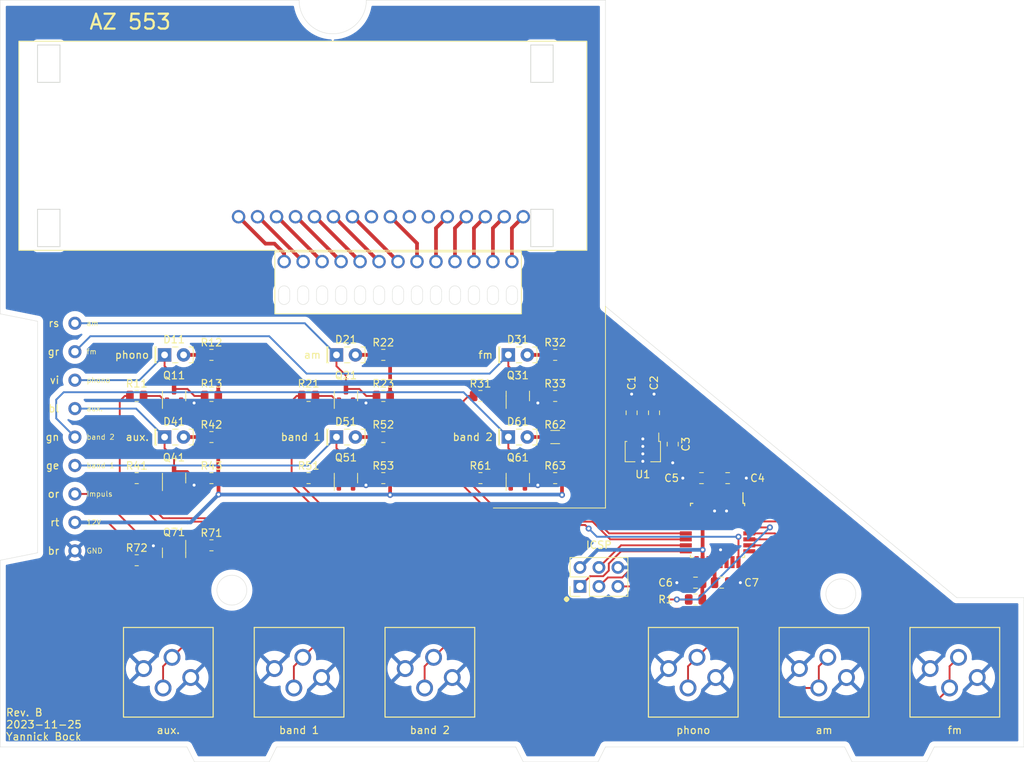
<source format=kicad_pcb>
(kicad_pcb (version 20221018) (generator pcbnew)
  (layers (0 "F.Cu" signal) (31 "B.Cu" signal) (34 "B.Paste" user) (35 "F.Paste" user) (36 "B.SilkS" user "B.Silkscreen") (37 "F.SilkS" user "F.Silkscreen") (38 "B.Mask" user) (39 "F.Mask" user) (44 "Edge.Cuts" user))
  (net 0 "")
  (net 1 "Net-(J1-Pad7)")
  (net 2 "GND")
  (net 3 "+12V")
  (net 4 "PHONO")
  (net 5 "AM")
  (net 6 "FM")
  (net 7 "AUX")
  (net 8 "BD1")
  (net 9 "BD2")
  (net 10 "RESET")
  (net 11 "+5V")
  (net 12 "B_AUX")
  (net 13 "B_BD1")
  (net 14 "B_BD2")
  (net 15 "B_PHONO")
  (net 16 "B_AM")
  (net 17 "B_FM")
  (net 18 "Net-(J5-Pad13)")
  (net 19 "Net-(J5-Pad12)")
  (net 20 "Net-(J5-Pad11)")
  (net 21 "Net-(J5-Pad10)")
  (net 22 "Net-(J5-Pad9)")
  (net 23 "Net-(J5-Pad8)")
  (net 24 "Net-(J5-Pad7)")
  (net 25 "Net-(J5-Pad6)")
  (net 26 "Net-(J5-Pad5)")
  (net 27 "Net-(J5-Pad4)")
  (net 28 "Net-(J5-Pad3)")
  (net 29 "Net-(J5-Pad2)")
  (net 30 "Net-(J5-Pad1)")
  (net 33 "CLK")
  (net 34 "MOSI")
  (net 35 "MISO")
  (net 36 "IMPULS")
  (net 37 "Net-(C7-Pad1)")
  (net 39 "Net-(D11-Pad1)")
  (net 40 "Net-(D11-Pad2)")
  (net 41 "Net-(Q11-Pad1)")
  (net 42 "Net-(Q21-Pad1)")
  (net 43 "Net-(Q31-Pad1)")
  (net 44 "Net-(Q41-Pad1)")
  (net 45 "Net-(Q51-Pad1)")
  (net 46 "Net-(Q61-Pad1)")
  (net 47 "Net-(Q71-Pad1)")
  (net 48 "Net-(D21-Pad1)")
  (net 49 "Net-(D21-Pad2)")
  (net 50 "Net-(D31-Pad1)")
  (net 51 "Net-(D31-Pad2)")
  (net 52 "Net-(D41-Pad1)")
  (net 53 "Net-(D41-Pad2)")
  (net 54 "Net-(D51-Pad1)")
  (net 55 "Net-(D51-Pad2)")
  (net 56 "Net-(D61-Pad1)")
  (net 57 "Net-(D61-Pad2)")
  (footprint "LEDs:LED_Rectangular_W5.0mm_H2.0mm" (layer "F.Cu") (at 36 61.5)
    (fp_text reference "D11")
    (fp_text value "LED")
  )
  (footprint "LEDs:LED_Rectangular_W5.0mm_H2.0mm" (layer "F.Cu") (at 59 61.5)
    (fp_text reference "D21")
    (fp_text value "LED")
  )
  (footprint "LEDs:LED_Rectangular_W5.0mm_H2.0mm" (layer "F.Cu") (at 82 61.5)
    (fp_text reference "D31")
    (fp_text value "LED")
  )
  (footprint "LEDs:LED_Rectangular_W5.0mm_H2.0mm" (layer "F.Cu") (at 36 72.5)
    (fp_text reference "D41")
    (fp_text value "LED")
  )
  (footprint "LEDs:LED_Rectangular_W5.0mm_H2.0mm" (layer "F.Cu") (at 59 72.5)
    (fp_text reference "D51")
    (fp_text value "LED")
  )
  (footprint "LEDs:LED_Rectangular_W5.0mm_H2.0mm" (layer "F.Cu") (at 82 72.5)
    (fp_text reference "D61")
    (fp_text value "LED")
  )
  (footprint "Resistor_SMD:R_0805_2012Metric" (layer "F.Cu") (at 42.27 61.5)
    (fp_text reference "R12")
    (fp_text value "680")
  )
  (footprint "Resistor_SMD:R_0805_2012Metric" (layer "F.Cu") (at 65.27 61.5)
    (fp_text reference "R22")
    (fp_text value "680")
  )
  (footprint "Resistor_SMD:R_0805_2012Metric" (layer "F.Cu") (at 88.27 61.5)
    (fp_text reference "R32")
    (fp_text value "680")
  )
  (footprint "Resistor_SMD:R_0805_2012Metric" (layer "F.Cu") (at 42.27 72.5)
    (fp_text reference "R42")
    (fp_text value "680")
  )
  (footprint "Resistor_SMD:R_0805_2012Metric" (layer "F.Cu") (at 65.27 72.5)
    (fp_text reference "R52")
    (fp_text value "680")
  )
  (footprint "Resistors_SMD:R_0805" (layer "F.Cu") (at 88.27 72.5)
    (fp_text reference "R62")
    (fp_text value "680")
  )
  (footprint "Package_TO_SOT_SMD:SOT-23" (layer "F.Cu") (at 37.27 67 90)
    (fp_text reference "Q11")
    (fp_text value "BC847")
  )
  (footprint "Package_TO_SOT_SMD:SOT-23" (layer "F.Cu") (at 60.27 67 90)
    (fp_text reference "Q21")
    (fp_text value "BC847")
  )
  (footprint "Package_TO_SOT_SMD:SOT-23" (layer "F.Cu") (at 83.27 67 90)
    (fp_text reference "Q31")
    (fp_text value "BC847")
  )
  (footprint "Package_TO_SOT_SMD:SOT-23" (layer "F.Cu") (at 37.27 78 90)
    (fp_text reference "Q41")
    (fp_text value "BC847")
  )
  (footprint "Package_TO_SOT_SMD:SOT-23" (layer "F.Cu") (at 60.27 78 90)
    (fp_text reference "Q51")
    (fp_text value "BC847")
  )
  (footprint "Package_TO_SOT_SMD:SOT-23" (layer "F.Cu") (at 83.27 78 90)
    (fp_text reference "Q61")
    (fp_text value "BC847")
  )
  (footprint "Resistor_SMD:R_0805_2012Metric" (layer "F.Cu") (at 42.27 67)
    (fp_text reference "R13")
    (fp_text value "10k")
  )
  (footprint "Resistor_SMD:R_0805_2012Metric" (layer "F.Cu") (at 65.27 67)
    (fp_text reference "R23")
    (fp_text value "10k")
  )
  (footprint "Resistor_SMD:R_0805_2012Metric" (layer "F.Cu") (at 88.27 67)
    (fp_text reference "R33")
    (fp_text value "10k")
  )
  (footprint "Resistor_SMD:R_0805_2012Metric" (layer "F.Cu") (at 42.27 78)
    (fp_text reference "R43")
    (fp_text value "10k")
  )
  (footprint "Resistor_SMD:R_0805_2012Metric" (layer "F.Cu") (at 65.27 78)
    (fp_text reference "R53")
    (fp_text value "10k")
  )
  (footprint "Resistor_SMD:R_0805_2012Metric" (layer "F.Cu") (at 88.27 78)
    (fp_text reference "R63")
    (fp_text value "10k")
  )
  (footprint "Resistor_SMD:R_0805_2012Metric" (layer "F.Cu") (at 32.27 67)
    (fp_text reference "R11")
    (fp_text value "3.3k")
  )
  (footprint "Resistor_SMD:R_0805_2012Metric" (layer "F.Cu") (at 55.27 67)
    (fp_text reference "R21")
    (fp_text value "3.3k")
  )
  (footprint "Resistor_SMD:R_0805_2012Metric" (layer "F.Cu") (at 78.27 67)
    (fp_text reference "R31")
    (fp_text value "3.3k")
  )
  (footprint "Resistor_SMD:R_0805_2012Metric" (layer "F.Cu") (at 32.27 78)
    (fp_text reference "R41")
    (fp_text value "3.3k")
  )
  (footprint "Resistor_SMD:R_0805_2012Metric" (layer "F.Cu") (at 55.27 78)
    (fp_text reference "R51")
    (fp_text value "3.3k")
  )
  (footprint "Resistor_SMD:R_0805_2012Metric" (layer "F.Cu") (at 78.27 78)
    (fp_text reference "R61")
    (fp_text value "3.3k")
  )
  (footprint "Anzeige-Modul:SW_PUSH_DPDT" (layer "F.Cu") (at 36.5 112)
    (fp_text reference "SW1" hide)
    (fp_text value "AUX")
  )
  (footprint "Anzeige-Modul:SW_PUSH_DPDT" (layer "F.Cu") (at 54 112)
    (fp_text reference "SW2" hide)
    (fp_text value "BD1")
  )
  (footprint "Anzeige-Modul:SW_PUSH_DPDT" (layer "F.Cu") (at 71.5 112)
    (fp_text reference "SW3" hide)
    (fp_text value "BD2")
  )
  (footprint "Anzeige-Modul:SW_PUSH_DPDT" (layer "F.Cu") (at 106.75 112)
    (fp_text reference "SW4" hide)
    (fp_text value "PHONO")
  )
  (footprint "Anzeige-Modul:SW_PUSH_DPDT" (layer "F.Cu") (at 124.25 112)
    (fp_text reference "SW5" hide)
    (fp_text value "AM")
  )
  (footprint "Anzeige-Modul:SW_PUSH_DPDT" (layer "F.Cu") (at 141.75 112)
    (fp_text reference "SW6" hide)
    (fp_text value "FM")
  )
  (footprint "Package_TO_SOT_SMD:SOT-89-3" (layer "F.Cu") (at 100 74.15 -90)
    (fp_text reference "U1")
    (fp_text value "L78L05")
  )
  (footprint "Anzeige-Modul:PadArray_2.54mm_01x13" (layer "F.Cu") (at 67.2 52.5)
    (fp_text reference "J5" hide)
    (fp_text value "Conn_01x13_Male")
  )
  (footprint "saba_9240_frontend:Pad_Array_2,54mm_16" (layer "F.Cu") (at 65 45.2)
    (fp_text reference "J6" hide)
    (fp_text value "Conn_01x16_Male")
  )
  (footprint "Connector_PinHeader_2.54mm:PinHeader_2x03_P2.54mm_Vertical" (layer "F.Cu") (at 91.585 92.5 90)
    (fp_text reference "J3" hide)
    (fp_text value "Conn_02x03_Counter_Clockwise")
  )
  (footprint "Package_TO_SOT_SMD:SOT-23" (layer "F.Cu") (at 37.27 88 -90)
    (fp_text reference "Q71")
    (fp_text value "BC847")
  )
  (footprint "Resistor_SMD:R_0805_2012Metric" (layer "F.Cu") (at 32.27 89)
    (fp_text reference "R72")
    (fp_text value "2k7")
  )
  (footprint "Resistor_SMD:R_0805_2012Metric" (layer "F.Cu") (at 42.27 87 180)
    (fp_text reference "R71")
    (fp_text value "3.3k")
  )
  (footprint "Capacitor_SMD:C_0805_2012Metric" (layer "F.Cu") (at 98.5 69.25 -90)
    (fp_text reference "C1")
    (fp_text value "330nF")
  )
  (footprint "Capacitor_SMD:C_0805_2012Metric" (layer "F.Cu") (at 101.5 69.25 -90)
    (fp_text reference "C2")
    (fp_text value "100nF")
  )
  (footprint "Package_QFP:TQFP-32_7x7mm_P0.8mm" (layer "F.Cu") (at 110 85 -90)
    (fp_text reference "U2" hide)
    (fp_text value "ATmega328P-AU")
  )
  (footprint "Capacitor_SMD:C_0805_2012Metric" (layer "F.Cu") (at 110.55 92)
    (fp_text reference "C7")
    (fp_text value "100nF")
  )
  (footprint "Resistor_SMD:R_0805_2012Metric" (layer "F.Cu") (at 107.05 94.25 180)
    (fp_text reference "R1")
    (fp_text value "10k")
  )
  (footprint "Anzeige-Modul:PadArray_3.81mm_01x09" (layer "F.Cu") (at 24 57.26)
    (fp_text reference "J1" hide)
    (fp_text value "Conn_01x09_Male")
  )
  (footprint "Capacitor_SMD:C_0805_2012Metric" (layer "F.Cu") (at 104 73.45 90)
    (fp_text reference "C3")
    (fp_text value "2.2µF")
  )
  (footprint "Capacitor_SMD:C_0805_2012Metric" (layer "F.Cu") (at 111.35 78 180)
    (fp_text reference "C4")
    (fp_text value "100nF")
  )
  (footprint "Capacitor_SMD:C_0805_2012Metric" (layer "F.Cu") (at 107.85 78)
    (fp_text reference "C5")
    (fp_text value "100nF")
  )
  (footprint "Capacitor_SMD:C_0805_2012Metric" (layer "F.Cu") (at 107.05 92)
    (fp_text reference "C6")
    (fp_text value "100nF")
  )
  (gr_line (start 95 55) (end 95 82) (stroke (width 0.12)) (layer "F.SilkS"))
  (gr_line (start 16.5 47.5) (end 16.5 19.5) (stroke (width 0.12)) (layer "F.SilkS"))
  (gr_line (start 83.75 56) (end 50.75 56) (stroke (width 0.12)) (layer "F.SilkS"))
  (gr_line (start 92.5 47.5) (end 16.5 47.5) (stroke (width 0.12)) (layer "F.SilkS"))
  (gr_line (start 16.5 19.5) (end 92.5 19.5) (stroke (width 0.12)) (layer "F.SilkS"))
  (gr_line (start 50.75 56) (end 50.75 47.7) (stroke (width 0.12)) (layer "F.SilkS"))
  (gr_line (start 95 82) (end 80 82) (stroke (width 0.12)) (layer "F.SilkS"))
  (gr_line (start 83.75 47.7) (end 83.75 56) (stroke (width 0.12)) (layer "F.SilkS"))
  (gr_line (start 50.75 47.7) (end 83.75 47.7) (stroke (width 0.12)) (layer "F.SilkS"))
  (gr_line (start 92.5 19.5) (end 92.5 47.5) (stroke (width 0.12)) (layer "F.SilkS"))
  (gr_line (start 139 114) (end 151 114) (stroke (width 0.05)) (layer "Edge.Cuts"))
  (gr_line (start 142 94) (end 95 55) (stroke (width 0.05)) (layer "Edge.Cuts"))
  (gr_line (start 40 116) (end 50 116) (stroke (width 0.05)) (layer "Edge.Cuts"))
  (gr_line (start 94 116) (end 95 114) (stroke (width 0.05)) (layer "Edge.Cuts"))
  (gr_line (start 138 116) (end 139 114) (stroke (width 0.05)) (layer "Edge.Cuts"))
  (gr_line (start 19 88) (end 14 89) (stroke (width 0.05)) (layer "Edge.Cuts"))
  (gr_arc (start 81.73 53) (mid 82.48 52.25) (end 83.23 53) (stroke (width 0.05)) (layer "Edge.Cuts"))
  (gr_arc (start 80.69 54) (mid 79.94 54.75) (end 79.19 54) (stroke (width 0.05)) (layer "Edge.Cuts"))
  (gr_arc (start 78.15 54) (mid 77.4 54.75) (end 76.65 54) (stroke (width 0.05)) (layer "Edge.Cuts"))
  (gr_arc (start 75.61 54) (mid 74.86 54.75) (end 74.11 54) (stroke (width 0.05)) (layer "Edge.Cuts"))
  (gr_arc (start 73.07 54) (mid 72.32 54.75) (end 71.57 54) (stroke (width 0.05)) (layer "Edge.Cuts"))
  (gr_arc (start 70.53 54) (mid 69.78 54.75) (end 69.03 54) (stroke (width 0.05)) (layer "Edge.Cuts"))
  (gr_arc (start 67.99 54) (mid 67.24 54.75) (end 66.49 54) (stroke (width 0.05)) (layer "Edge.Cuts"))
  (gr_arc (start 65.45 54) (mid 64.7 54.75) (end 63.95 54) (stroke (width 0.05)) (layer "Edge.Cuts"))
  (gr_arc (start 62.91 54) (mid 62.16 54.75) (end 61.41 54) (stroke (width 0.05)) (layer "Edge.Cuts"))
  (gr_arc (start 60.37 54) (mid 59.62 54.75) (end 58.87 54) (stroke (width 0.05)) (layer "Edge.Cuts"))
  (gr_arc (start 57.83 54) (mid 57.08 54.75) (end 56.33 54) (stroke (width 0.05)) (layer "Edge.Cuts"))
  (gr_arc (start 55.29 54) (mid 54.54 54.75) (end 53.79 54) (stroke (width 0.05)) (layer "Edge.Cuts"))
  (gr_arc (start 52.75 54) (mid 52 54.75) (end 51.25 54) (stroke (width 0.05)) (layer "Edge.Cuts"))
  (gr_arc (start 79.19 53) (mid 79.94 52.25) (end 80.69 53) (stroke (width 0.05)) (layer "Edge.Cuts"))
  (gr_arc (start 76.65 53) (mid 77.4 52.25) (end 78.15 53) (stroke (width 0.05)) (layer "Edge.Cuts"))
  (gr_arc (start 74.11 53) (mid 74.86 52.25) (end 75.61 53) (stroke (width 0.05)) (layer "Edge.Cuts"))
  (gr_arc (start 71.57 53) (mid 72.32 52.25) (end 73.07 53) (stroke (width 0.05)) (layer "Edge.Cuts"))
  (gr_arc (start 69.03 53) (mid 69.78 52.25) (end 70.53 53) (stroke (width 0.05)) (layer "Edge.Cuts"))
  (gr_arc (start 66.49 53) (mid 67.24 52.25) (end 67.99 53) (stroke (width 0.05)) (layer "Edge.Cuts"))
  (gr_arc (start 63.95 53) (mid 64.7 52.25) (end 65.45 53) (stroke (width 0.05)) (layer "Edge.Cuts"))
  (gr_arc (start 61.41 53) (mid 62.16 52.25) (end 62.91 53) (stroke (width 0.05)) (layer "Edge.Cuts"))
  (gr_arc (start 58.87 53) (mid 59.62 52.25) (end 60.37 53) (stroke (width 0.05)) (layer "Edge.Cuts"))
  (gr_arc (start 56.33 53) (mid 57.08 52.25) (end 57.83 53) (stroke (width 0.05)) (layer "Edge.Cuts"))
  (gr_arc (start 53.79 53) (mid 54.54 52.25) (end 55.29 53) (stroke (width 0.05)) (layer "Edge.Cuts"))
  (gr_arc (start 51.25 53) (mid 52 52.25) (end 52.75 53) (stroke (width 0.05)) (layer "Edge.Cuts"))
  (gr_line (start 80.69 53) (end 80.69 54) (stroke (width 0.05)) (layer "Edge.Cuts"))
  (gr_line (start 79.19 53) (end 79.19 54) (stroke (width 0.05)) (layer "Edge.Cuts"))
  (gr_line (start 78.15 53) (end 78.15 54) (stroke (width 0.05)) (layer "Edge.Cuts"))
  (gr_line (start 76.65 53) (end 76.65 54) (stroke (width 0.05)) (layer "Edge.Cuts"))
  (gr_line (start 75.61 53) (end 75.61 54) (stroke (width 0.05)) (layer "Edge.Cuts"))
  (gr_line (start 74.11 53) (end 74.11 54) (stroke (width 0.05)) (layer "Edge.Cuts"))
  (gr_line (start 73.07 53) (end 73.07 54) (stroke (width 0.05)) (layer "Edge.Cuts"))
  (gr_line (start 71.57 53) (end 71.57 54) (stroke (width 0.05)) (layer "Edge.Cuts"))
  (gr_line (start 70.53 53) (end 70.53 54) (stroke (width 0.05)) (layer "Edge.Cuts"))
  (gr_line (start 69.03 53) (end 69.03 54) (stroke (width 0.05)) (layer "Edge.Cuts"))
  (gr_line (start 67.99 53) (end 67.99 54) (stroke (width 0.05)) (layer "Edge.Cuts"))
  (gr_line (start 66.49 53) (end 66.49 54) (stroke (width 0.05)) (layer "Edge.Cuts"))
  (gr_line (start 65.45 53) (end 65.45 54) (stroke (width 0.05)) (layer "Edge.Cuts"))
  (gr_line (start 63.95 53) (end 63.95 54) (stroke (width 0.05)) (layer "Edge.Cuts"))
  (gr_line (start 62.91 53) (end 62.91 54) (stroke (width 0.05)) (layer "Edge.Cuts"))
  (gr_line (start 61.41 53) (end 61.41 54) (stroke (width 0.05)) (layer "Edge.Cuts"))
  (gr_line (start 60.37 53) (end 60.37 54) (stroke (width 0.05)) (layer "Edge.Cuts"))
  (gr_line (start 58.87 53) (end 58.87 54) (stroke (width 0.05)) (layer "Edge.Cuts"))
  (gr_line (start 57.83 53) (end 57.83 54) (stroke (width 0.05)) (layer "Edge.Cuts"))
  (gr_line (start 56.33 53) (end 56.33 54) (stroke (width 0.05)) (layer "Edge.Cuts"))
  (gr_line (start 55.29 53) (end 55.29 54) (stroke (width 0.05)) (layer "Edge.Cuts"))
  (gr_line (start 53.79 53) (end 53.79 54) (stroke (width 0.05)) (layer "Edge.Cuts"))
  (gr_line (start 52.75 53) (end 52.75 54) (stroke (width 0.05)) (layer "Edge.Cuts"))
  (gr_line (start 51.25 53) (end 51.25 54) (stroke (width 0.05)) (layer "Edge.Cuts"))
  (gr_line (start 14 14) (end 14 56) (stroke (width 0.05)) (layer "Edge.Cuts"))
  (gr_line (start 22 47) (end 19 47) (stroke (width 0.1)) (layer "Edge.Cuts"))
  (gr_line (start 88 20) (end 88 25) (stroke (width 0.1)) (layer "Edge.Cuts"))
  (gr_line (start 19 42) (end 22 42) (stroke (width 0.1)) (layer "Edge.Cuts"))
  (gr_line (start 151 114) (end 151 94) (stroke (width 0.05)) (layer "Edge.Cuts"))
  (gr_line (start 14 56) (end 19 57) (stroke (width 0.05)) (layer "Edge.Cuts"))
  (gr_circle (center 45 93) (end 47 93) (stroke (width 0.05)) (fill none) (layer "Edge.Cuts"))
  (gr_line (start 22 20) (end 22 25) (stroke (width 0.1)) (layer "Edge.Cuts"))
  (gr_line (start 85 47) (end 85 42) (stroke (width 0.1)) (layer "Edge.Cuts"))
  (gr_line (start 39 114) (end 40 116) (stroke (width 0.05)) (layer "Edge.Cuts"))
  (gr_line (start 51 114) (end 50 116) (stroke (width 0.05)) (layer "Edge.Cuts"))
  (gr_line (start 128 116) (end 138 116) (stroke (width 0.05)) (layer "Edge.Cuts"))
  (gr_line (start 22 42) (end 22 47) (stroke (width 0.1)) (layer "Edge.Cuts"))
  (gr_line (start 88 42) (end 88 47) (stroke (width 0.1)) (layer "Edge.Cuts"))
  (gr_line (start 14 14) (end 54 14) (stroke (width 0.05)) (layer "Edge.Cuts"))
  (gr_line (start 85 20) (end 88 20) (stroke (width 0.1)) (layer "Edge.Cuts"))
  (gr_line (start 95 14) (end 63 14) (stroke (width 0.05)) (layer "Edge.Cuts"))
  (gr_line (start 19 47) (end 19 42) (stroke (width 0.1)) (layer "Edge.Cuts"))
  (gr_line (start 151 94) (end 142 94) (stroke (width 0.05)) (layer "Edge.Cuts"))
  (gr_line (start 88 47) (end 85 47) (stroke (width 0.1)) (layer "Edge.Cuts"))
  (gr_line (start 127 114) (end 128 116) (stroke (width 0.05)) (layer "Edge.Cuts"))
  (gr_line (start 19 57) (end 19 88) (stroke (width 0.05)) (layer "Edge.Cuts"))
  (gr_line (start 95 14) (end 95 55) (stroke (width 0.05)) (layer "Edge.Cuts"))
  (gr_line (start 83 114) (end 84 116) (stroke (width 0.05)) (layer "Edge.Cuts"))
  (gr_line (start 84 116) (end 94 116) (stroke (width 0.05)) (layer "Edge.Cuts"))
  (gr_line (start 19 20) (end 22 20) (stroke (width 0.1)) (layer "Edge.Cuts"))
  (gr_arc (start 63 14) (mid 58.5 18.5) (end 54 14) (stroke (width 0.05)) (layer "Edge.Cuts"))
  (gr_line (start 85 42) (end 88 42) (stroke (width 0.1)) (layer "Edge.Cuts"))
  (gr_line (start 95 114) (end 127 114) (stroke (width 0.05)) (layer "Edge.Cuts"))
  (gr_arc (start 83.23 54) (mid 82.48 54.75) (end 81.73 54) (stroke (width 0.05)) (layer "Edge.Cuts"))
  (gr_line (start 85 25) (end 85 20) (stroke (width 0.1)) (layer "Edge.Cuts"))
  (gr_circle (center 126.5 93.5) (end 128.5 93.5) (stroke (width 0.05)) (fill none) (layer "Edge.Cuts"))
  (gr_line (start 88 25) (end 85 25) (stroke (width 0.1)) (layer "Edge.Cuts"))
  (gr_line (start 22 25) (end 19 25) (stroke (width 0.1)) (layer "Edge.Cuts"))
  (gr_line (start 14 114) (end 39 114) (stroke (width 0.05)) (layer "Edge.Cuts"))
  (gr_line (start 81.73 54) (end 81.73 53) (stroke (width 0.05)) (layer "Edge.Cuts"))
  (gr_line (start 51 114) (end 83 114) (stroke (width 0.05)) (layer "Edge.Cuts"))
  (gr_line (start 14 114) (end 14 89) (stroke (width 0.05)) (layer "Edge.Cuts"))
  (gr_line (start 83.23 54) (end 83.23 53) (stroke (width 0.05)) (layer "Edge.Cuts"))
  (gr_line (start 19 25) (end 19 20) (stroke (width 0.1)) (layer "Edge.Cuts"))
  (gr_text "phono" (at 106.75 111.75) (layer "F.SilkS") (effects (font (size 1 1))))
  (gr_text "aux." (at 36.5 111.75) (layer "F.SilkS") (effects (font (size 1 1))))
  (gr_text "am" (at 124.25 111.75) (layer "F.SilkS") (effects (font (size 1 1))))
  (gr_text "band 1" (at 54 111.75) (layer "F.SilkS") (effects (font (size 1 1))))
  (gr_text "band 2" (at 71.5 111.75) (layer "F.SilkS") (effects (font (size 1 1))))
  (gr_text "fm" (at 141.75 111.75) (layer "F.SilkS") (effects (font (size 1 1))))
  (gr_text "fm" (at 80 61.5) (layer "F.SilkS") (effects (font (size 1 1)) (justify right)))
  (gr_text "AZ 553" (at 31.4 16.9) (layer "F.SilkS") (effects (font (size 2 2) (thickness 0.3))))
  (gr_text "band 1" (at 57 72.5) (layer "F.SilkS") (effects (font (size 1 1)) (justify right)))
  (gr_text "aux." (at 34 72.5) (layer "F.SilkS") (effects (font (size 1 1)) (justify right)))
  (gr_text "ICSP" (at 94.125 86.96) (layer "F.SilkS") (effects (font (size 1 1))))
  (gr_text "Rev. B\n2023-11-25\nYannick Bock" (at 14.7 111) (layer "F.SilkS") (effects (font (size 1 1)) (justify left)))
  (gr_text "am" (at 57 61.5) (layer "F.SilkS") (effects (font (size 1 1)) (justify right)))
  (gr_text "phono" (at 34 61.5) (layer "F.SilkS") (effects (font (size 1 1)) (justify right)))
  (gr_text "band 2" (at 80 72.5) (layer "F.SilkS") (effects (font (size 1 1)) (justify right)))
  (gr_text "." (at 89.8 93.2) (layer "F.SilkS") (effects (font (size 2.5 2.5) (thickness 0.5))))
  (segment (start 33.1825 86.1825) (end 27.12 80.12) (width 0.25) (layer "F.Cu") (net 1))
  (segment (start 27.12 80.12) (end 24 80.12) (width 0.25) (layer "F.Cu") (net 1))
  (segment (start 37.27 89) (end 33.22 89) (width 0.25) (layer "F.Cu") (net 1))
  (segment (start 33.1825 89) (end 33.1825 86.1825) (width 0.25) (layer "F.Cu") (net 1))
  (segment (start 111.2 80.75) (end 111.2 82.4) (width 0.5) (layer "F.Cu") (net 2))
  (segment (start 39.95 78.9375) (end 38.22 78.9375) (width 0.5) (layer "F.Cu") (net 2))
  (segment (start 62.95 67.9375) (end 61.22 67.9375) (width 0.5) (layer "F.Cu") (net 2))
  (segment (start 62.95 78.9375) (end 61.22 78.9375) (width 0.5) (layer "F.Cu") (net 2))
  (segment (start 85.95 78.9375) (end 84.22 78.9375) (width 0.5) (layer "F.Cu") (net 2))
  (segment (start 109.6 80.75) (end 109.6 82.4) (width 0.5) (layer "F.Cu") (net 2))
  (segment (start 36.32 87.0625) (end 34.5 87.0625) (width 0.5) (layer "F.Cu") (net 2))
  (segment (start 85.95 67.9375) (end 84.22 67.9375) (width 0.5) (layer "F.Cu") (net 2))
  (segment (start 106.1 92) (end 104.55 92) (width 0.5) (layer "F.Cu") (net 2))
  (segment (start 104 74.4) (end 104 75.95) (width 0.5) (layer "F.Cu") (net 2))
  (segment (start 101.5 68.3) (end 101.5 66.75) (width 0.5) (layer "F.Cu") (net 2))
  (segment (start 98.5 68.3) (end 98.5 66.75) (width 0.5) (layer "F.Cu") (net 2))
  (segment (start 110.4 89.25) (end 110.4 87.6) (width 0.5) (layer "F.Cu") (net 2))
  (segment (start 106.9 78) (end 105.35 78) (width 0.5) (layer "F.Cu") (net 2))
  (segment (start 112.3 78) (end 113.85 78) (width 0.5) (layer "F.Cu") (net 2))
  (segment (start 39.95 67.9375) (end 38.22 67.9375) (width 0.5) (layer "F.Cu") (net 2))
  (segment (start 113.05 92) (end 111.5 92) (width 0.5) (layer "F.Cu") (net 2))
  (via (at 85.95 67.9375) (size 0.8) (drill 0.4) (layers "F.Cu" "B.Cu") (net 2))
  (via (at 113.05 92) (size 0.8) (drill 0.4) (layers "F.Cu" "B.Cu") (net 2))
  (via (at 113.85 78) (size 0.8) (drill 0.4) (layers "F.Cu" "B.Cu") (net 2))
  (via (at 98.5 66.75) (size 0.8) (drill 0.4) (layers "F.Cu" "B.Cu") (net 2))
  (via (at 100 73.75) (size 0.8) (drill 0.4) (layers "F.Cu" "B.Cu") (net 2))
  (via (at 39.95 67.9375) (size 0.8) (drill 0.4) (layers "F.Cu" "B.Cu") (net 2))
  (via (at 109.6 82.4) (size 0.8) (drill 0.4) (layers "F.Cu" "B.Cu") (net 2))
  (via (at 39.95 78.9375) (size 0.8) (drill 0.4) (layers "F.Cu" "B.Cu") (net 2))
  (via (at 100 74.75) (size 0.8) (drill 0.4) (layers "F.Cu" "B.Cu") (net 2))
  (via (at 111.2 82.4) (size 0.8) (drill 0.4) (layers "F.Cu" "B.Cu") (net 2))
  (via (at 104.55 92) (size 0.8) (drill 0.4) (layers "F.Cu" "B.Cu") (net 2))
  (via (at 110.4 87.6) (size 0.8) (drill 0.4) (layers "F.Cu" "B.Cu") (net 2))
  (via (at 100 75.75) (size 0.8) (drill 0.4) (layers "F.Cu" "B.Cu") (net 2))
  (via (at 62.95 67.9375) (size 0.8) (drill 0.4) (layers "F.Cu" "B.Cu") (net 2))
  (via (at 34.5 87.0625) (size 0.8) (drill 0.4) (layers "F.Cu" "B.Cu") (net 2))
  (via (at 85.95 78.9375) (size 0.8) (drill 0.4) (layers "F.Cu" "B.Cu") (net 2))
  (via (at 105.35 78) (size 0.8) (drill 0.4) (layers "F.Cu" "B.Cu") (net 2))
  (via (at 62.95 78.9375) (size 0.8) (drill 0.4) (layers "F.Cu" "B.Cu") (net 2))
  (via (at 104 75.95) (size 0.8) (drill 0.4) (layers "F.Cu" "B.Cu") (net 2))
  (via (at 100 72.75) (size 0.8) (drill 0.4) (layers "F.Cu" "B.Cu") (net 2))
  (via (at 101.5 66.75) (size 0.8) (drill 0.4) (layers "F.Cu" "B.Cu") (net 2))
  (segment (start 43.1825 78) (end 43.1825 61.5) (width 0.5) (layer "F.Cu") (net 3))
  (segment (start 24 83.93) (end 28.43 83.93) (width 0.25) (layer "F.Cu") (net 3))
  (segment (start 31.3575 86.8575) (end 28.43 83.93) (width 0.25) (layer "F.Cu") (net 3))
  (segment (start 98.5 72.5) (end 89.22 72.5) (width 0.5) (layer "F.Cu") (net 3))
  (segment (start 31.3575 89) (end 31.3575 86.8575) (width 0.25) (layer "F.Cu") (net 3))
  (segment (start 43.22 80.2) (end 43.22 78) (width 0.5) (layer "F.Cu") (net 3))
  (segment (start 66.1825 78) (end 66.1825 80.25) (width 0.5) (layer "F.Cu") (net 3))
  (segment (start 66.1825 78) (end 66.1825 61.5) (width 0.5) (layer "F.Cu") (net 3))
  (segment (start 89.1825 78) (end 89.1825 61.5) (width 0.5) (layer "F.Cu") (net 3))
  (segment (start 98.5 70.2) (end 98.5 72.5) (width 0.5) (layer "F.Cu") (net 3))
  (segment (start 89.1825 78) (end 89.1825 80.25) (width 0.5) (layer "F.Cu") (net 3))
  (via (at 43.22 80.2) (size 0.8) (drill 0.4) (layers "F.Cu" "B.Cu") (net 3))
  (via (at 89.1825 80.25) (size 0.8) (drill 0.4) (layers "F.Cu" "B.Cu") (net 3))
  (via (at 66.1825 80.25) (size 0.8) (drill 0.4) (layers "F.Cu" "B.Cu") (net 3))
  (segment (start 89.1325 80.2) (end 89.1825 80.25) (width 0.5) (layer "B.Cu") (net 3))
  (segment (start 24 83.93) (end 39.07 83.93) (width 0.5) (layer "B.Cu") (net 3))
  (segment (start 43.22 80.2) (end 39.49 83.93) (width 0.5) (layer "B.Cu") (net 3))
  (segment (start 43.22 80.2) (end 89.1325 80.2) (width 0.5) (layer "B.Cu") (net 3))
  (segment (start 39.49 83.93) (end 39.07 83.93) (width 0.5) (layer "B.Cu") (net 3))
  (segment (start 34.963651 83.82506) (end 30 78.861409) (width 0.25) (layer "F.Cu") (net 4))
  (segment (start 30.675001 67) (end 30 67.675001) (width 0.25) (layer "F.Cu") (net 4))
  (segment (start 30 67.675001) (end 30 78.861409) (width 0.25) (layer "F.Cu") (net 4))
  (segment (start 105.75 86.2) (end 95.644232 86.2) (width 0.25) (layer "F.Cu") (net 4))
  (segment (start 95.644232 86.2) (end 93.269292 83.82506) (width 0.25) (layer "F.Cu") (net 4))
  (segment (start 31.32 67) (end 30.675001 67) (width 0.25) (layer "F.Cu") (net 4))
  (segment (start 36.67494 83.82506) (end 34.963651 83.82506) (width 0.25) (layer "F.Cu") (net 4))
  (segment (start 36.67494 83.82506) (end 93.269292 83.82506) (width 0.25) (layer "F.Cu") (net 4))
  (segment (start 53.675001 67) (end 53 67.675001) (width 0.25) (layer "F.Cu") (net 5))
  (segment (start 57.015039 82.92504) (end 53 78.910001) (width 0.25) (layer "F.Cu") (net 5))
  (segment (start 105.75 84.6) (end 95.317052 84.6) (width 0.25) (layer "F.Cu") (net 5))
  (segment (start 58.57496 82.92504) (end 93.642092 82.92504) (width 0.25) (layer "F.Cu") (net 5))
  (segment (start 95.317052 84.6) (end 93.642092 82.92504) (width 0.25) (layer "F.Cu") (net 5))
  (segment (start 54.32 67) (end 53.675001 67) (width 0.25) (layer "F.Cu") (net 5))
  (segment (start 53 67.675001) (end 53 78.910001) (width 0.25) (layer "F.Cu") (net 5))
  (segment (start 58.57496 82.92504) (end 57.015039 82.92504) (width 0.25) (layer "F.Cu") (net 5))
  (segment (start 94.989872 83) (end 94.014892 82.02502) (width 0.25) (layer "F.Cu") (net 6))
  (segment (start 76.675001 67) (end 76 67.675001) (width 0.25) (layer "F.Cu") (net 6))
  (segment (start 80.52502 82.02502) (end 94.014892 82.02502) (width 0.25) (layer "F.Cu") (net 6))
  (segment (start 76 67.675001) (end 76 79.049999) (width 0.25) (layer "F.Cu") (net 6))
  (segment (start 78.975021 82.02502) (end 76 79.049999) (width 0.25) (layer "F.Cu") (net 6))
  (segment (start 105.75 83) (end 94.989872 83) (width 0.25) (layer "F.Cu") (net 6))
  (segment (start 80.52502 82.02502) (end 78.975021 82.02502) (width 0.25) (layer "F.Cu") (net 6))
  (segment (start 77.32 67) (end 76.675001 67) (width 0.25) (layer "F.Cu") (net 6))
  (segment (start 93.455692 83.37505) (end 36.62495 83.37505) (width 0.25) (layer "F.Cu") (net 7))
  (segment (start 36.62495 83.37505) (end 35.79505 83.37505) (width 0.25) (layer "F.Cu") (net 7))
  (segment (start 105.75 85.4) (end 95.480642 85.4) (width 0.25) (layer "F.Cu") (net 7))
  (segment (start 95.480642 85.4) (end 93.455692 83.37505) (width 0.25) (layer "F.Cu") (net 7))
  (segment (start 35.79505 83.37505) (end 31.32 78.9) (width 0.25) (layer "F.Cu") (net 7))
  (segment (start 31.32 78.9) (end 31.32 78) (width 0.25) (layer "F.Cu") (net 7))
  (segment (start 95.153462 83.8) (end 93.828492 82.47503) (width 0.25) (layer "F.Cu") (net 8))
  (segment (start 57.846438 82.47503) (end 54.32 78.948592) (width 0.25) (layer "F.Cu") (net 8))
  (segment (start 59.02497 82.47503) (end 57.846438 82.47503) (width 0.25) (layer "F.Cu") (net 8))
  (segment (start 105.75 83.8) (end 95.153462 83.8) (width 0.25) (layer "F.Cu") (net 8))
  (segment (start 54.32 78) (end 54.32 78.948592) (width 0.25) (layer "F.Cu") (net 8))
  (segment (start 59.02497 82.47503) (end 93.828492 82.47503) (width 0.25) (layer "F.Cu") (net 8))
  (segment (start 77.32 78) (end 77.32 79.08859) (width 0.25) (layer "F.Cu") (net 9))
  (segment (start 79.80642 81.57501) (end 77.32 79.08859) (width 0.25) (layer "F.Cu") (net 9))
  (segment (start 105.75 82.2) (end 94.826282 82.2) (width 0.25) (layer "F.Cu") (net 9))
  (segment (start 94.826282 82.2) (end 94.201292 81.57501) (width 0.25) (layer "F.Cu") (net 9))
  (segment (start 81.42499 81.57501) (end 79.80642 81.57501) (width 0.25) (layer "F.Cu") (net 9))
  (segment (start 81.42499 81.57501) (end 94.201292 81.57501) (width 0.25) (layer "F.Cu") (net 9))
  (segment (start 98.75 92.5) (end 96.665 92.5) (width 0.25) (layer "F.Cu") (net 10))
  (segment (start 104.5 94.25) (end 100.5 94.25) (width 0.25) (layer "F.Cu") (net 10))
  (segment (start 106.1375 94.25) (end 104.5 94.25) (width 0.25) (layer "F.Cu") (net 10))
  (segment (start 100.5 94.25) (end 98.75 92.5) (width 0.25) (layer "F.Cu") (net 10))
  (segment (start 114.25 84.6) (end 117 84.6) (width 0.25) (layer "F.Cu") (net 10))
  (via (at 104.55 94.25) (size 0.8) (drill 0.4) (layers "F.Cu" "B.Cu") (net 10))
  (via (at 117 84.6) (size 0.8) (drill 0.4) (layers "F.Cu" "B.Cu") (net 10))
  (segment (start 104.55 94.25) (end 107.35 94.25) (width 0.25) (layer "B.Cu") (net 10))
  (segment (start 107.35 94.25) (end 117 84.6) (width 0.25) (layer "B.Cu") (net 10))
  (segment (start 104 72.5) (end 106.5 72.5) (width 0.5) (layer "F.Cu") (net 11))
  (segment (start 108.8 81.8) (end 108.8 80.75) (width 0.5) (layer "F.Cu") (net 11))
  (segment (start 101.5 70.2) (end 101.5 72.5) (width 0.5) (layer "F.Cu") (net 11))
  (segment (start 107.9625 94.25) (end 107.9625 92.0375) (width 0.5) (layer "F.Cu") (net 11))
  (segment (start 108.8 78) (end 108.8 74.8) (width 0.5) (layer "F.Cu") (net 11))
  (segment (start 106.5 72.5) (end 108.8 74.8) (width 0.5) (layer "F.Cu") (net 11))
  (segment (start 108 82.6) (end 108.8 81.8) (width 0.5) (layer "F.Cu") (net 11))
  (segment (start 107.9625 92.0375) (end 108 92) (width 0.5) (layer "F.Cu") (net 11))
  (segment (start 108 87.6) (end 108 82.6) (width 0.5) (layer "F.Cu") (net 11))
  (segment (start 104 72.5) (end 101.5 72.5) (width 0.5) (layer "F.Cu") (net 11))
  (segment (start 108 89.25) (end 108 92) (width 0.5) (layer "F.Cu") (net 11))
  (segment (start 108 89.25) (end 108 87.6) (width 0.5) (layer "F.Cu") (net 11))
  (segment (start 108.8 80.75) (end 108.8 78) (width 0.5) (layer "F.Cu") (net 11))
  (segment (start 110.4 80.75) (end 110.4 78) (width 0.5) (layer "F.Cu") (net 11))
  (segment (start 110.4 78) (end 108.8 78) (width 0.5) (layer "F.Cu") (net 11))
  (via (at 108 87.6) (size 0.8) (drill 0.4) (layers "F.Cu" "B.Cu") (net 11))
  (segment (start 93.945 87.6) (end 91.585 89.96) (width 0.5) (layer "B.Cu") (net 11))
  (segment (start 108 87.6) (end 93.945 87.6) (width 0.5) (layer "B.Cu") (net 11))
  (segment (start 48.25 96.25) (end 42.75 96.25) (width 0.25) (layer "F.Cu") (net 12))
  (segment (start 114.25 87) (end 118 87) (width 0.25) (layer "F.Cu") (net 12))
  (segment (start 35.8 106.1) (end 35.8 103.2) (width 0.25) (layer "F.Cu") (net 12))
  (segment (start 49 95.5) (end 48.25 96.25) (width 0.25) (layer "F.Cu") (net 12))
  (segment (start 118.82496 87.82496) (end 118.82496 91.67504) (width 0.25) (layer "F.Cu") (net 12))
  (segment (start 35.8 103.2) (end 37 102) (width 0.25) (layer "F.Cu") (net 12))
  (segment (start 42.75 96.25) (end 37 102) (width 0.25) (layer "F.Cu") (net 12))
  (segment (start 118.82496 91.67504) (end 115 95.5) (width 0.25) (layer "F.Cu") (net 12))
  (segment (start 115 95.5) (end 49 95.5) (width 0.25) (layer "F.Cu") (net 12))
  (segment (start 118 87) (end 118.82496 87.82496) (width 0.25) (layer "F.Cu") (net 12))
  (segment (start 115.13641 96) (end 63.35 96) (width 0.25) (layer "F.Cu") (net 13))
  (segment (start 54.5 102) (end 60.5 96) (width 0.25) (layer "F.Cu") (net 13))
  (segment (start 53.3 106.1) (end 53.3 103.2) (width 0.25) (layer "F.Cu") (net 13))
  (segment (start 119.27497 91.86144) (end 115.13641 96) (width 0.25) (layer "F.Cu") (net 13))
  (segment (start 117.83641 86.2) (end 119.27497 87.63856) (width 0.25) (layer "F.Cu") (net 13))
  (segment (start 60.5 96) (end 63.35 96) (width 0.25) (layer "F.Cu") (net 13))
  (segment (start 119.27497 87.63856) (end 119.27497 91.86144) (width 0.25) (layer "F.Cu") (net 13))
  (segment (start 53.3 103.2) (end 54.5 102) (width 0.25) (layer "F.Cu") (net 13))
  (segment (start 114.25 86.2) (end 117.83641 86.2) (width 0.25) (layer "F.Cu") (net 13))
  (segment (start 117.67282 85.4) (end 119.72498 87.45216) (width 0.25) (layer "F.Cu") (net 14))
  (segment (start 77.5 96.5) (end 78.1 96.5) (width 0.25) (layer "F.Cu") (net 14))
  (segment (start 119.72498 87.45216) (end 119.72498 92.04784) (width 0.25) (layer "F.Cu") (net 14))
  (segment (start 115.27282 96.5) (end 78.1 96.5) (width 0.25) (layer "F.Cu") (net 14))
  (segment (start 119.72498 92.04784) (end 115.27282 96.5) (width 0.25) (layer "F.Cu") (net 14))
  (segment (start 114.25 85.4) (end 117.67282 85.4) (width 0.25) (layer "F.Cu") (net 14))
  (segment (start 70.8 103.2) (end 72 102) (width 0.25) (layer "F.Cu") (net 14))
  (segment (start 70.8 106.1) (end 70.8 103.2) (width 0.25) (layer "F.Cu") (net 14))
  (segment (start 72 102) (end 77.5 96.5) (width 0.25) (layer "F.Cu") (net 14))
  (segment (start 106.05 106.1) (end 106.05 103.2) (width 0.25) (layer "F.Cu") (net 15))
  (segment (start 115.40923 97) (end 120.17499 92.23424) (width 0.25) (layer "F.Cu") (net 15))
  (segment (start 107.25 102) (end 112.25 97) (width 0.25) (layer "F.Cu") (net 15))
  (segment (start 118.52718 83.8) (end 114.25 83.8) (width 0.25) (layer "F.Cu") (net 15))
  (segment (start 106.05 103.2) (end 107.25 102) (width 0.25) (layer "F.Cu") (net 15))
  (segment (start 120.17499 85.44781) (end 118.52718 83.8) (width 0.25) (layer "F.Cu") (net 15))
  (segment (start 120.17499 92.23424) (end 120.17499 85.44781) (width 0.25) (layer "F.Cu") (net 15))
  (segment (start 112.25 97) (end 115.40923 97) (width 0.25) (layer "F.Cu") (net 15))
  (segment (start 120.1 106.1) (end 123.55 106.1) (width 0.25) (layer "F.Cu") (net 16))
  (segment (start 114.25 82.2) (end 118.2 82.2) (width 0.25) (layer "F.Cu") (net 16))
  (segment (start 123.55 103.2) (end 124.75 102) (width 0.25) (layer "F.Cu") (net 16))
  (segment (start 118.2 82.2) (end 121.07501 85.07501) (width 0.25) (layer "F.Cu") (net 16))
  (segment (start 117.5 96.18205) (end 117.5 103.5) (width 0.25) (layer "F.Cu") (net 16))
  (segment (start 117.5 103.5) (end 120.1 106.1) (width 0.25) (layer "F.Cu") (net 16))
  (segment (start 121.07501 85.07501) (end 121.07501 92.60704) (width 0.25) (layer "F.Cu") (net 16))
  (segment (start 121.07501 92.60704) (end 117.5 96.18205) (width 0.25) (layer "F.Cu") (net 16))
  (segment (start 123.55 106.1) (end 123.55 103.2) (width 0.25) (layer "F.Cu") (net 16))
  (segment (start 117 103.63641) (end 121.93859 108.575) (width 0.25) (layer "F.Cu") (net 17))
  (segment (start 117 96.04564) (end 117 103.63641) (width 0.25) (layer "F.Cu") (net 17))
  (segment (start 120.625 92.42064) (end 117 96.04564) (width 0.25) (layer "F.Cu") (net 17))
  (segment (start 138.575 108.575) (end 141.05 106.1) (width 0.25) (layer "F.Cu") (net 17))
  (segment (start 121.93859 108.575) (end 138.575 108.575) (width 0.25) (layer "F.Cu") (net 17))
  (segment (start 141.05 106.1) (end 141.05 103.2) (width 0.25) (layer "F.Cu") (net 17))
  (segment (start 120.625 85.26141) (end 120.625 92.42064) (width 0.25) (layer "F.Cu") (net 17))
  (segment (start 118.36359 83) (end 120.625 85.26141) (width 0.25) (layer "F.Cu") (net 17))
  (segment (start 114.25 83) (end 118.36359 83) (width 0.25) (layer "F.Cu") (net 17))
  (segment (start 141.05 103.2) (end 142.25 102) (width 0.25) (layer "F.Cu") (net 17))
  (segment (start 82.48 49) (end 82.48 44.52) (width 0.5) (layer "F.Cu") (net 18))
  (segment (start 82.48 44.52) (end 84 43) (width 0.5) (layer "F.Cu") (net 18))
  (segment (start 79.94 49) (end 79.94 44.52) (width 0.5) (layer "F.Cu") (net 19))
  (segment (start 79.94 44.52) (end 81.46 43) (width 0.5) (layer "F.Cu") (net 19))
  (segment (start 77.4 49) (end 77.4 44.52) (width 0.5) (layer "F.Cu") (net 20))
  (segment (start 77.4 44.52) (end 78.92 43) (width 0.5) (layer "F.Cu") (net 20))
  (segment (start 74.86 44.52) (end 76.38 43) (width 0.5) (layer "F.Cu") (net 21))
  (segment (start 74.86 49) (end 74.86 44.52) (width 0.5) (layer "F.Cu") (net 21))
  (segment (start 72.32 44.52) (end 73.84 43) (width 0.5) (layer "F.Cu") (net 22))
  (segment (start 72.32 49) (end 72.32 44.52) (width 0.5) (layer "F.Cu") (net 22))
  (segment (start 69.78 49) (end 69.78 46.56) (width 0.5) (layer "F.Cu") (net 23))
  (segment (start 69.78 46.56) (end 66.22 43) (width 0.5) (layer "F.Cu") (net 23))
  (segment (start 67.24 49) (end 61.24 43) (width 0.5) (layer "F.Cu") (net 24))
  (segment (start 61.24 43) (end 61.14 43) (width 0.5) (layer "F.Cu") (net 24))
  (segment (start 64.7 49) (end 58.7 43) (width 0.5) (layer "F.Cu") (net 25))
  (segment (start 58.7 43) (end 58.6 43) (width 0.5) (layer "F.Cu") (net 25))
  (segment (start 62.16 49) (end 56.16 43) (width 0.5) (layer "F.Cu") (net 26))
  (segment (start 56.16 43) (end 56.06 43) (width 0.5) (layer "F.Cu") (net 26))
  (segment (start 59.62 49) (end 53.62 43) (width 0.5) (layer "F.Cu") (net 27))
  (segment (start 53.62 43) (end 53.52 43) (width 0.5) (layer "F.Cu") (net 27))
  (segment (start 51.08 43) (end 50.98 43) (width 0.5) (layer "F.Cu") (net 28))
  (segment (start 57.08 49) (end 51.08 43) (width 0.5) (layer "F.Cu") (net 28))
  (segment (start 54.54 49) (end 48.54 43) (width 0.5) (layer "F.Cu") (net 29))
  (segment (start 48.54 43) (end 48.44 43) (width 0.5) (layer "F.Cu") (net 29))
  (segment (start 52 47.9) (end 52 49) (width 0.5) (layer "F.Cu") (net 30))
  (segment (start 45.9 43) (end 49.5 46.6) (width 0.5) (layer "F.Cu") (net 30))
  (segment (start 49.5 46.6) (end 50.7 46.6) (width 0.5) (layer "F.Cu") (net 30))
  (segment (start 50.7 46.6) (end 52 47.9) (width 0.5) (layer "F.Cu") (net 30))
  (segment (start 94.125 92.5) (end 95.325 91.3) (width 0.25) (layer "F.Cu") (net 33))
  (segment (start 99.3 89.25) (end 97.25 91.3) (width 0.25) (layer "F.Cu") (net 33))
  (segment (start 95.325 91.3) (end 97.25 91.3) (width 0.25) (layer "F.Cu") (net 33))
  (segment (start 107.2 89.25) (end 99.3 89.25) (width 0.25) (layer "F.Cu") (net 33))
  (segment (start 105.75 87) (end 97.085 87) (width 0.25) (layer "F.Cu") (net 34))
  (segment (start 97.085 87) (end 94.125 89.96) (width 0.25) (layer "F.Cu") (net 34))
  (segment (start 92.949999 91.135001) (end 92.760001 91.324999) (width 0.25) (layer "F.Cu") (net 35))
  (segment (start 95.442999 90.381003) (end 94.689001 91.135001) (width 0.25) (layer "F.Cu") (net 35))
  (segment (start 92.760001 91.324999) (end 91.585 92.5) (width 0.25) (layer "F.Cu") (net 35))
  (segment (start 105.75 87.8) (end 97.085998 87.8) (width 0.25) (layer "F.Cu") (net 35))
  (segment (start 97.085998 87.8) (end 95.442999 89.442999) (width 0.25) (layer "F.Cu") (net 35))
  (segment (start 95.442999 89.442999) (end 95.442999 90.381003) (width 0.25) (layer "F.Cu") (net 35))
  (segment (start 94.689001 91.135001) (end 92.949999 91.135001) (width 0.25) (layer "F.Cu") (net 35))
  (segment (start 112.8 89.25) (end 112.8 85.85) (width 0.25) (layer "F.Cu") (net 36))
  (segment (start 43.22 87) (end 45.5 87) (width 0.25) (layer "F.Cu") (net 36))
  (segment (start 92.27507 84.27507) (end 92.75 84.75) (width 0.25) (layer "F.Cu") (net 36))
  (segment (start 45.5 87) (end 48.22493 84.27507) (width 0.25) (layer "F.Cu") (net 36))
  (segment (start 48.22493 84.27507) (end 92.27507 84.27507) (width 0.25) (layer "F.Cu") (net 36))
  (via (at 92.75 84.75) (size 0.8) (drill 0.4) (layers "F.Cu" "B.Cu") (net 36))
  (via (at 112.8 85.85) (size 0.8) (drill 0.4) (layers "F.Cu" "B.Cu") (net 36))
  (segment (start 112.8 85.85) (end 94.85 85.85) (width 0.25) (layer "B.Cu") (net 36))
  (segment (start 94.85 85.85) (end 93.85 85.85) (width 0.25) (layer "B.Cu") (net 36))
  (segment (start 93.85 85.85) (end 92.75 84.75) (width 0.25) (layer "B.Cu") (net 36))
  (segment (start 109.6 89.25) (end 109.6 92) (width 0.5) (layer "F.Cu") (net 37))
  (segment (start 37.27 66.0625) (end 39.0625 66.0625) (width 0.25) (layer "F.Cu") (net 39))
  (segment (start 40 67) (end 41.3575 67) (width 0.25) (layer "F.Cu") (net 39))
  (segment (start 36 63) (end 36 61.5) (width 0.25) (layer "F.Cu") (net 39))
  (segment (start 39.0625 66.0625) (end 40 67) (width 0.25) (layer "F.Cu") (net 39))
  (segment (start 37.27 66.0625) (end 37.27 64.27) (width 0.25) (layer "F.Cu") (net 39))
  (segment (start 37.27 64.27) (end 36 63) (width 0.25) (layer "F.Cu") (net 39))
  (segment (start 32.62 64.88) (end 36 61.5) (width 0.25) (layer "B.Cu") (net 39))
  (segment (start 24 64.88) (end 32.62 64.88) (width 0.25) (layer "B.Cu") (net 39))
  (segment (start 38.54 61.5) (end 41.32 61.5) (width 0.5) (layer "F.Cu") (net 40))
  (segment (start 35.3825 67) (end 36.32 67.9375) (width 0.25) (layer "F.Cu") (net 41))
  (segment (start 33.1825 67) (end 35.3825 67) (width 0.25) (layer "F.Cu") (net 41))
  (segment (start 58.3825 67) (end 59.32 67.9375) (width 0.25) (layer "F.Cu") (net 42))
  (segment (start 56.1825 67) (end 58.3825 67) (width 0.25) (layer "F.Cu") (net 42))
  (segment (start 79.1825 67) (end 81.3825 67) (width 0.25) (layer "F.Cu") (net 43))
  (segment (start 81.3825 67) (end 82.32 67.9375) (width 0.25) (layer "F.Cu") (net 43))
  (segment (start 35.3825 78) (end 36.32 78.9375) (width 0.25) (layer "F.Cu") (net 44))
  (segment (start 33.1825 78) (end 35.3825 78) (width 0.25) (layer "F.Cu") (net 44))
  (segment (start 56.1825 78) (end 58.3825 78) (width 0.25) (layer "F.Cu") (net 45))
  (segment (start 58.3825 78) (end 59.32 78.9375) (width 0.25) (layer "F.Cu") (net 45))
  (segment (start 79.1825 78) (end 81.3825 78) (width 0.25) (layer "F.Cu") (net 46))
  (segment (start 81.3825 78) (end 82.32 78.9375) (width 0.25) (layer "F.Cu") (net 46))
  (segment (start 38.22 87) (end 41.32 87) (width 0.25) (layer "F.Cu") (net 47))
  (segment (start 59 63) (end 59 61.5) (width 0.25) (layer "F.Cu") (net 48))
  (segment (start 62.0625 66.0625) (end 63 67) (width 0.25) (layer "F.Cu") (net 48))
  (segment (start 63 67) (end 64.3575 67) (width 0.25) (layer "F.Cu") (net 48))
  (segment (start 60.27 64.27) (end 59 63) (width 0.25) (layer "F.Cu") (net 48))
  (segment (start 60.27 66.0625) (end 60.27 64.27) (width 0.25) (layer "F.Cu") (net 48))
  (segment (start 60.27 66.0625) (end 62.0625 66.0625) (width 0.25) (layer "F.Cu") (net 48))
  (segment (start 24 57.26) (end 54.76 57.26) (width 0.25) (layer "B.Cu") (net 48))
  (segment (start 54.76 57.26) (end 59 61.5) (width 0.25) (layer "B.Cu") (net 48))
  (segment (start 61.54 61.5) (end 64.32 61.5) (width 0.5) (layer "F.Cu") (net 49))
  (segment (start 82 63) (end 82 61.5) (width 0.25) (layer "F.Cu") (net 50))
  (segment (start 83.27 64.27) (end 82 63) (width 0.25) (layer "F.Cu") (net 50))
  (segment (start 86 67) (end 87.3575 67) (width 0.25) (layer "F.Cu") (net 50))
  (segment (start 85.0625 66.0625) (end 86 67) (width 0.25) (layer "F.Cu") (net 50))
  (segment (start 83.27 66.0625) (end 83.27 64.27) (width 0.25) (layer "F.Cu") (net 50))
  (segment (start 83.27 66.0625) (end 85.0625 66.0625) (width 0.25) (layer "F.Cu") (net 50))
  (segment (start 79.5 64) (end 82 61.5) (width 0.25) (layer "B.Cu") (net 50))
  (segment (start 55 64) (end 79.5 64) (width 0.25) (layer "B.Cu") (net 50))
  (segment (start 26.07 59) (end 50 59) (width 0.25) (layer "B.Cu") (net 50))
  (segment (start 50 59) (end 55 64) (width 0.25) (layer "B.Cu") (net 50))
  (segment (start 24 61.07) (end 26.07 59) (width 0.25) (layer "B.Cu") (net 50))
  (segment (start 84.54 61.5) (end 87.32 61.5) (width 0.5) (layer "F.Cu") (net 51))
  (segment (start 40 78) (end 41.3575 78) (width 0.25) (layer "F.Cu") (net 52))
  (segment (start 37.27 77.0625) (end 37.27 75.27) (width 0.25) (layer "F.Cu") (net 52))
  (segment (start 37.27 75.27) (end 36 74) (width 0.25) (layer "F.Cu") (net 52))
  (segment (start 37.27 77.0625) (end 39.0625 77.0625) (width 0.25) (layer "F.Cu") (net 52))
  (segment (start 39.0625 77.0625) (end 40 78) (width 0.25) (layer "F.Cu") (net 52))
  (segment (start 36 74) (end 36 72.5) (width 0.25) (layer "F.Cu") (net 52))
  (segment (start 32.19 68.69) (end 36 72.5) (width 0.25) (layer "B.Cu") (net 52))
  (segment (start 24 68.69) (end 32.19 68.69) (width 0.25) (layer "B.Cu") (net 52))
  (segment (start 38.54 72.5) (end 41.32 72.5) (width 0.5) (layer "F.Cu") (net 53))
  (segment (start 60.27 75.27) (end 59 74) (width 0.25) (layer "F.Cu") (net 54))
  (segment (start 63 78) (end 64.3575 78) (width 0.25) (layer "F.Cu") (net 54))
  (segment (start 62.0625 77.0625) (end 63 78) (width 0.25) (layer "F.Cu") (net 54))
  (segment (start 59 74) (end 59 72.5) (width 0.25) (layer "F.Cu") (net 54))
  (segment (start 60.27 77.0625) (end 62.0625 77.0625) (width 0.25) (layer "F.Cu") (net 54))
  (segment (start 60.27 77.0625) (end 60.27 75.27) (width 0.25) (layer "F.Cu") (net 54))
  (segment (start 55.19 76.31) (end 59 72.5) (width 0.25) (layer "B.Cu") (net 54))
  (segment (start 24 76.31) (end 55.19 76.31) (width 0.25) (layer "B.Cu") (net 54))
  (segment (start 61.54 72.5) (end 64.32 72.5) (width 0.5) (layer "F.Cu") (net 55))
  (segment (start 83.27 75.27) (end 82 74) (width 0.25) (layer "F.Cu") (net 56))
  (segment (start 83.27 77.0625) (end 85.0625 77.0625) (width 0.25) (layer "F.Cu") (net 56))
  (segment (start 83.27 77.0625) (end 83.27 75.27) (width 0.25) (layer "F.Cu") (net 56))
  (segment (start 82 74) (end 82 72.5) (width 0.25) (layer "F.Cu") (net 56))
  (segment (start 85.0625 77.0625) (end 86 78) (width 0.25) (layer "F.Cu") (net 56))
  (segment (start 86 78) (end 87.3575 78) (width 0.25) (layer "F.Cu") (net 56))
  (segment (start 21.5 67.5) (end 22.5 66.5) (width 0.25) (layer "B.Cu") (net 56))
  (segment (start 22.5 66.5) (end 76 66.5) (width 0.25) (layer "B.Cu") (net 56))
  (segment (start 21.5 70) (end 21.5 67.5) (width 0.25) (layer "B.Cu") (net 56))
  (segment (start 76 66.5) (end 82 72.5) (width 0.25) (layer "B.Cu") (net 56))
  (segment (start 24 72.5) (end 21.5 70) (width 0.25) (layer "B.Cu") (net 56))
  (segment (start 84.54 72.5) (end 87.32 72.5) (width 0.5) (layer "F.Cu") (net 57))
  (zone (net 0) (net_name "") (layers "F&B.Cu") (connect_pads (clearance 0)) (min_thickness 0.254)
    (keepout (tracks allowed) (vias allowed) (pads allowed) (copperpour not_allowed) (footprints allowed))
    (fill (thermal_gap 0.508) (thermal_bridge_width 0.508))
    (polygon (pts (xy 92.5 47.5) (xy 83.75 47.5) (xy 83.75 56) (xy 50.75 56) (xy 50.75 47.5) (xy 16.5 47.5) (xy 16.5 19.5) (xy 92.5 19.5)))
  )
  (zone (net 2) (net_name "GND") (layer "B.Cu") (connect_pads (clearance 0.75)) (min_thickness 0.254) (fill yes (thermal_gap 0.508) (thermal_bridge_width 0.508))
    (polygon (pts (xy 95 55) (xy 142 94) (xy 151 94) (xy 151 114) (xy 139 114) (xy 138 116) (xy 128 116) (xy 127 114) (xy 95 114) (xy 94 116) (xy 84 116) (xy 83 114) (xy 51 114) (xy 50 116) (xy 40 116) (xy 39 114) (xy 14 114) (xy 14 89) (xy 19 88) (xy 19 57) (xy 14 56) (xy 14 14) (xy 95 14)))
  )
)
</source>
